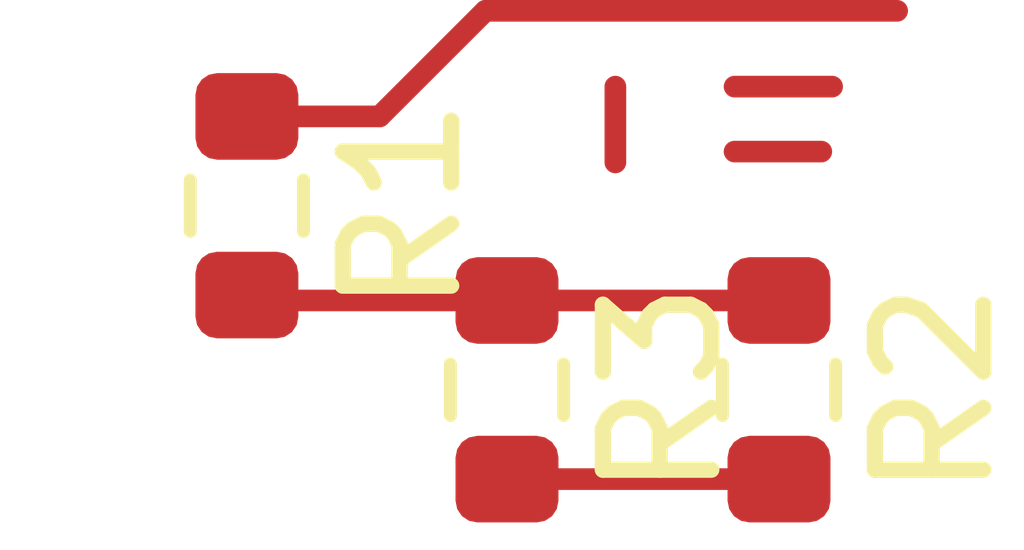
<source format=kicad_pcb>
(kicad_pcb (version 20240108) (generator "pcbnew") (generator_version "8.0")
  (layers (0 "F.Cu" signal) (31 "B.Cu" signal) (34 "B.Paste" user) (35 "F.Paste" user) (36 "B.SilkS" user "B.Silkscreen") (37 "F.SilkS" user "F.Silkscreen") (38 "B.Mask" user) (39 "F.Mask" user) (44 "Edge.Cuts" user))
  (net 0 "")
  (net 1 "GND")
  (net 2 "Net-(R1-Pad2)")
  (net 3 "unconnected-(R1-Pad1)")
  (footprint "Resistor_SMD:R_0603_1608Metric" (layer "F.Cu") (at 126.6 100.5 -90)
    (property "Reference" "R1" (at 0 -1.43 90) (layer "F.SilkS"))
    (property "Value" "R")
    (fp_line (start -0.237258 0.5225) (end 0.237258 0.5225) (stroke (width 0.12)) (layer "F.SilkS"))
    (fp_line (start -0.237258 -0.5225) (end 0.237258 -0.5225) (stroke (width 0.12)) (layer "F.SilkS"))
    (pad "1" smd roundrect (at -0.825 0 270) (size 0.8 0.95) (layers "F.Cu" "F.Paste" "F.Mask") (net 3 "unconnected-(R1-Pad1)"))
    (pad "2" smd roundrect (at 0.825 0 270) (size 0.8 0.95) (layers "F.Cu" "F.Paste" "F.Mask") (net 2 "Net-(R1-Pad2)"))
  )
  (footprint "Resistor_SMD:R_0603_1608Metric" (layer "F.Cu") (at 129 102.2 -90)
    (property "Reference" "R3" (at 0 -1.43 90) (layer "F.SilkS"))
    (property "Value" "R")
    (fp_line (start -0.237258 0.5225) (end 0.237258 0.5225) (stroke (width 0.12)) (layer "F.SilkS"))
    (fp_line (start -0.237258 -0.5225) (end 0.237258 -0.5225) (stroke (width 0.12)) (layer "F.SilkS"))
    (pad "1" smd roundrect (at -0.825 0 270) (size 0.8 0.95) (layers "F.Cu" "F.Paste" "F.Mask") (net 2 "Net-(R1-Pad2)"))
    (pad "2" smd roundrect (at 0.825 0 270) (size 0.8 0.95) (layers "F.Cu" "F.Paste" "F.Mask") (net 1 "GND"))
  )
  (footprint "Resistor_SMD:R_0603_1608Metric" (layer "F.Cu") (at 131.51 102.2 -90)
    (property "Reference" "R2" (at 0 -1.43 90) (layer "F.SilkS"))
    (property "Value" "R")
    (fp_line (start -0.237258 0.5225) (end 0.237258 0.5225) (stroke (width 0.12)) (layer "F.SilkS"))
    (fp_line (start -0.237258 -0.5225) (end 0.237258 -0.5225) (stroke (width 0.12)) (layer "F.SilkS"))
    (pad "1" smd roundrect (at -0.825 0 270) (size 0.8 0.95) (layers "F.Cu" "F.Paste" "F.Mask") (net 2 "Net-(R1-Pad2)"))
    (pad "2" smd roundrect (at 0.825 0 270) (size 0.8 0.95) (layers "F.Cu" "F.Paste" "F.Mask") (net 1 "GND"))
  )
  (segment (start 131.1 99.4) (end 132 99.4) (width 0.2) (layer "F.Cu") (net 0))
  (segment (start 130 99.4) (end 130 100.1) (width 0.2) (layer "F.Cu") (net 0))
  (segment (start 131.1 100) (end 131.9 100) (width 0.2) (layer "F.Cu") (net 0))
  (segment (start 129 103.025) (end 131.51 103.025) (width 0.2) (layer "F.Cu") (net 1))
  (segment (start 129 101.375) (end 126.65 101.375) (width 0.2) (layer "F.Cu") (net 2))
  (segment (start 129 101.375) (end 131.51 101.375) (width 0.2) (layer "F.Cu") (net 2))
  (segment (start 126.65 101.375) (end 126.6 101.325) (width 0.2) (layer "F.Cu") (net 2))
  (segment (start 127.825 99.675) (end 128.8 98.7) (width 0.2) (layer "F.Cu") (net 3))
  (segment (start 126.6 99.675) (end 127.825 99.675) (width 0.2) (layer "F.Cu") (net 3))
  (segment (start 128.8 98.7) (end 132.6 98.7) (width 0.2) (layer "F.Cu") (net 3))
)
</source>
